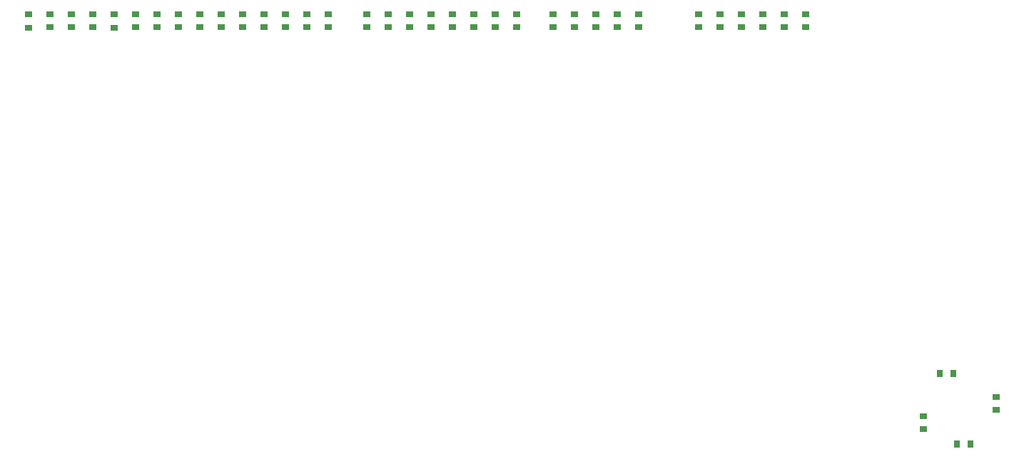
<source format=gbp>
G04*
G04 #@! TF.GenerationSoftware,Altium Limited,Altium Designer,22.3.1 (43)*
G04*
G04 Layer_Color=128*
%FSLAX25Y25*%
%MOIN*%
G70*
G04*
G04 #@! TF.SameCoordinates,F15A7EA6-3F3C-4714-8FA7-CF7AF9E4284A*
G04*
G04*
G04 #@! TF.FilePolarity,Positive*
G04*
G01*
G75*
%ADD18R,0.03740X0.03150*%
%ADD19R,0.03150X0.03740*%
D18*
X408000Y335850D02*
D03*
Y342150D02*
D03*
X358000D02*
D03*
Y335850D02*
D03*
X368000Y342150D02*
D03*
Y335850D02*
D03*
X378000Y342150D02*
D03*
Y335850D02*
D03*
X388000Y342150D02*
D03*
Y335850D02*
D03*
X398000Y342150D02*
D03*
Y335850D02*
D03*
X330000D02*
D03*
Y342150D02*
D03*
X310000Y335850D02*
D03*
Y342150D02*
D03*
X320000Y335850D02*
D03*
Y342150D02*
D03*
X290000Y335850D02*
D03*
Y342150D02*
D03*
X300000Y335850D02*
D03*
Y342150D02*
D03*
X273000Y335850D02*
D03*
Y342150D02*
D03*
X253000Y335850D02*
D03*
Y342150D02*
D03*
X223000Y335850D02*
D03*
Y342150D02*
D03*
X263000Y335850D02*
D03*
Y342150D02*
D03*
X243000Y335850D02*
D03*
Y342150D02*
D03*
X213000Y335850D02*
D03*
Y342150D02*
D03*
X203000Y335850D02*
D03*
Y342150D02*
D03*
X233000Y335850D02*
D03*
Y342150D02*
D03*
X155000Y335850D02*
D03*
Y342150D02*
D03*
X145000Y335850D02*
D03*
Y342150D02*
D03*
X165000Y335850D02*
D03*
Y342150D02*
D03*
X175000Y335850D02*
D03*
Y342150D02*
D03*
X185000Y335850D02*
D03*
Y342150D02*
D03*
X135000Y335850D02*
D03*
Y342150D02*
D03*
X125000Y335850D02*
D03*
Y342150D02*
D03*
X115000Y335850D02*
D03*
Y342150D02*
D03*
X55000Y335850D02*
D03*
Y342150D02*
D03*
X45000Y335701D02*
D03*
Y342000D02*
D03*
X65000Y335850D02*
D03*
Y342150D02*
D03*
X75000Y335850D02*
D03*
Y342150D02*
D03*
X85000Y335701D02*
D03*
Y342000D02*
D03*
X105000Y335850D02*
D03*
Y342150D02*
D03*
X95000Y335850D02*
D03*
Y342150D02*
D03*
X463000Y154150D02*
D03*
Y147850D02*
D03*
X497000Y156850D02*
D03*
Y163150D02*
D03*
D19*
X485150Y141000D02*
D03*
X478850D02*
D03*
X470850Y174000D02*
D03*
X477150D02*
D03*
M02*

</source>
